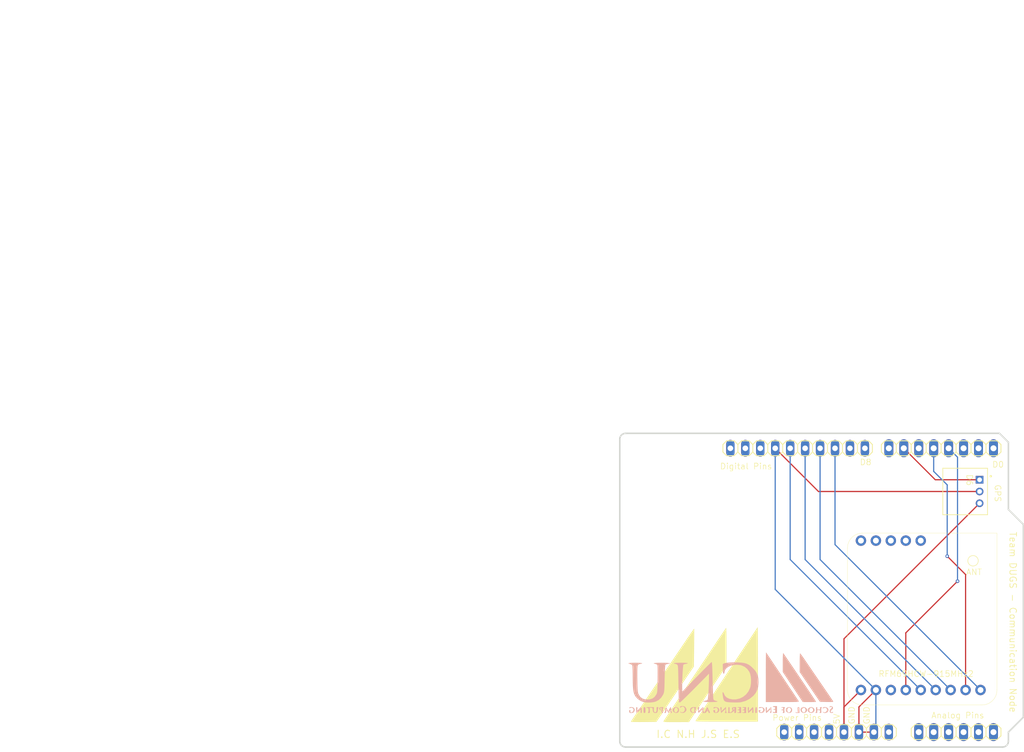
<source format=kicad_pcb>
(kicad_pcb (version 20240108) (generator "pcbnew") (generator_version "8.0")
  (layers (0 "F.Cu" signal) (31 "B.Cu" signal) (34 "B.Paste" user) (35 "F.Paste" user) (36 "B.SilkS" user "B.Silkscreen") (37 "F.SilkS" user "F.Silkscreen") (38 "B.Mask" user) (39 "F.Mask" user) (44 "Edge.Cuts" user))
  (net 0 "")
  (net 7 "/D12")
  (net 8 "/D11")
  (net 9 "/D13")
  (net 10 "/GND")
  (net 11 "/D3")
  (net 12 "/D6")
  (net 13 "/D4")
  (net 14 "/5V")
  (net 30 "/D10")
  (footprint "FINAL_FOOTPRINTS:RF69_MODULE" (layer "F.Cu") (at 36.0029 13.4314)
    (property "Reference" "RFM69HCW-915MHz2" (at 149.1571 114.3186 0) (layer "F.SilkS") (effects (font (thickness 0.1))))
    (property "Value" "~")
    (fp_text user "ANT" (at 155.9 97.6 0) (layer "F.SilkS") (effects (font (thickness 0.1)) (justify left bottom)))
    (pad "1" thru_hole circle (at 138.0871 117.0686 90) (size 1.778 1.778) (drill 1) (layers "*.Cu" "*.Mask") (net 14 "/5V"))
    (pad "2" thru_hole circle (at 140.6271 117.0686 90) (size 1.778 1.778) (drill 1) (layers "*.Cu" "*.Mask") (net 10 "/GND"))
    (pad "3" thru_hole circle (at 143.1671 117.0686) (size 1.7789 1.7789) (drill 1) (layers "*.Cu" "*.Mask"))
    (pad "4" thru_hole circle (at 145.7071 117.0686) (size 1.778 1.778) (drill 1) (layers "*.Cu" "*.Mask") (net 11 "/D3"))
    (pad "5" thru_hole circle (at 148.2471 117.0686 90) (size 1.778 1.778) (drill 1) (layers "*.Cu" "*.Mask") (net 9 "/D13"))
    (pad "6" thru_hole circle (at 150.7871 117.0686 90) (size 1.778 1.778) (drill 1) (layers "*.Cu" "*.Mask") (net 7 "/D12"))
    (pad "7" thru_hole circle (at 153.3271 117.0686) (size 1.778 1.778) (drill 1) (layers "*.Cu" "*.Mask") (net 8 "/D11"))
    (pad "8" thru_hole circle (at 155.8671 117.0686 90) (size 1.778 1.778) (drill 1) (layers "*.Cu" "*.Mask") (net 13 "/D4"))
    (pad "9" thru_hole circle (at 158.4071 117.0686 90) (size 1.778 1.778) (drill 1) (layers "*.Cu" "*.Mask") (net 30 "/D10"))
    (pad "10" thru_hole circle (at 138.0871 91.6686 90) (size 1.778 1.778) (drill 1) (layers "*.Cu" "*.Mask"))
    (pad "11" thru_hole circle (at 140.6271 91.6686 90) (size 1.778 1.778) (drill 1) (layers "*.Cu" "*.Mask"))
    (pad "12" thru_hole circle (at 143.1671 91.6686 90) (size 1.778 1.778) (drill 1) (layers "*.Cu" "*.Mask"))
    (pad "13" thru_hole circle (at 145.7071 91.6686 90) (size 1.778 1.778) (drill 1) (layers "*.Cu" "*.Mask"))
    (pad "14" thru_hole circle (at 148.2471 91.6686 90) (size 1.778 1.778) (drill 1) (layers "*.Cu" "*.Mask"))
  )
  (footprint "LOGO" (layer "F.Cu") (at 145.75 127.75)
    (property "Reference" "G***" (hide yes))
    (property "Value" "LOGO" (hide yes))
  )
  (footprint "Library:DIGITAL_BOTTOM" (layer "F.Cu") (at 187.72 89.4)
    (property "Reference" "DIGITAL-L2" (hide yes))
    (property "Value" "Digital_Bottom")
    (pad "1" thru_hole oval (at -8.89 0 90) (size 3.048 1.524) (drill 1.016) (layers "*.Cu" "*.Mask"))
    (pad "2" thru_hole oval (at -6.35 0 90) (size 3.048 1.524) (drill 1.016) (layers "*.Cu" "*.Mask") (net 12 "/D6"))
    (pad "3" thru_hole oval (at -3.81 0 90) (size 3.048 1.524) (drill 1.016) (layers "*.Cu" "*.Mask"))
    (pad "4" thru_hole oval (at -1.27 0 90) (size 3.048 1.524) (drill 1.016) (layers "*.Cu" "*.Mask") (net 13 "/D4"))
    (pad "5" thru_hole oval (at 1.27 0 90) (size 3.048 1.524) (drill 1.016) (layers "*.Cu" "*.Mask") (net 11 "/D3"))
    (pad "6" thru_hole oval (at 3.81 0 90) (size 3.048 1.524) (drill 1.016) (layers "*.Cu" "*.Mask"))
    (pad "7" thru_hole oval (at 6.35 0 90) (size 3.048 1.524) (drill 1.016) (layers "*.Cu" "*.Mask"))
    (pad "8" thru_hole oval (at 8.89 0 90) (size 3.048 1.524) (drill 1.016) (layers "*.Cu" "*.Mask"))
  )
  (footprint "Library:ANALOG_PINS" (layer "F.Cu") (at 190.26 137.66)
    (property "Reference" "ANALOG-1" (hide yes))
    (property "Value" "PINHD-1X6")
    (pad "1" thru_hole oval (at -6.35 0 90) (size 3.048 1.524) (drill 1.016) (layers "*.Cu" "*.Mask"))
    (pad "2" thru_hole oval (at -3.81 0 90) (size 3.048 1.524) (drill 1.016) (layers "*.Cu" "*.Mask"))
    (pad "3" thru_hole oval (at -1.27 0 90) (size 3.048 1.524) (drill 1.016) (layers "*.Cu" "*.Mask"))
    (pad "4" thru_hole oval (at 1.27 0 90) (size 3.048 1.524) (drill 1.016) (layers "*.Cu" "*.Mask"))
    (pad "5" thru_hole oval (at 3.81 0 90) (size 3.048 1.524) (drill 1.016) (layers "*.Cu" "*.Mask"))
    (pad "6" thru_hole oval (at 6.35 0 90) (size 3.048 1.524) (drill 1.016) (layers "*.Cu" "*.Mask"))
  )
  (footprint "Library:POWER_PINS" (layer "F.Cu") (at 169.94 137.66)
    (property "Reference" "POWER1" (hide yes))
    (property "Value" "PINHD-1X8TH")
    (pad "1" thru_hole oval (at -8.89 0 90) (size 2.8448 1.4224) (drill 0.95) (layers "*.Cu" "*.Mask"))
    (pad "2" thru_hole oval (at -6.35 0 90) (size 2.8448 1.4224) (drill 0.95) (layers "*.Cu" "*.Mask"))
    (pad "3" thru_hole oval (at -3.81 0 90) (size 2.8448 1.4224) (drill 0.95) (layers "*.Cu" "*.Mask"))
    (pad "4" thru_hole oval (at -1.27 0 90) (size 2.8448 1.4224) (drill 0.95) (layers "*.Cu" "*.Mask"))
    (pad "5" thru_hole oval (at 1.27 0 90) (size 2.8448 1.4224) (drill 0.95) (layers "*.Cu" "*.Mask") (net 14 "/5V"))
    (pad "6" thru_hole oval (at 3.81 0 90) (size 2.8448 1.4224) (drill 0.95) (layers "*.Cu" "*.Mask") (net 10 "/GND"))
    (pad "7" thru_hole oval (at 6.35 0 90) (size 2.8448 1.4224) (drill 0.95) (layers "*.Cu" "*.Mask") (net 10 "/GND"))
    (pad "8" thru_hole oval (at 8.89 0 90) (size 2.8448 1.4224) (drill 0.95) (layers "*.Cu" "*.Mask"))
  )
  (footprint "Library:DIGITAL_TOP_PINS" (layer "F.Cu") (at 163.336 89.4 180)
    (property "Reference" "DIGITAL-H2" (hide yes))
    (property "Value" "Digital_Top")
    (pad "1" thru_hole oval (at -11.43 0 270) (size 2.8448 1.4224) (drill 0.95) (layers "*.Cu" "*.Mask"))
    (pad "2" thru_hole oval (at -8.89 0 270) (size 2.8448 1.4224) (drill 0.95) (layers "*.Cu" "*.Mask"))
    (pad "3" thru_hole oval (at -6.35 0 270) (size 2.8448 1.4224) (drill 0.95) (layers "*.Cu" "*.Mask") (net 30 "/D10"))
    (pad "4" thru_hole oval (at -3.81 0 270) (size 2.8448 1.4224) (drill 0.95) (layers "*.Cu" "*.Mask") (net 8 "/D11"))
    (pad "5" thru_hole oval (at -1.27 0 270) (size 2.8448 1.4224) (drill 0.95) (layers "*.Cu" "*.Mask") (net 7 "/D12"))
    (pad "6" thru_hole oval (at 1.27 0 270) (size 2.8448 1.4224) (drill 0.95) (layers "*.Cu" "*.Mask") (net 9 "/D13"))
    (pad "7" thru_hole oval (at 3.81 0 270) (size 2.8448 1.4224) (drill 0.95) (layers "*.Cu" "*.Mask") (net 10 "/GND"))
    (pad "8" thru_hole oval (at 6.35 0 270) (size 2.8448 1.4224) (drill 0.95) (layers "*.Cu" "*.Mask"))
    (pad "9" thru_hole oval (at 8.89 0 270) (size 2.8448 1.4224) (drill 0.95) (layers "*.Cu" "*.Mask"))
    (pad "10" thru_hole oval (at 11.43 0 270) (size 2.8448 1.4224) (drill 0.95) (layers "*.Cu" "*.Mask"))
  )
  (footprint "FINAL_FOOTPRINTS:JST_S3B-PH-K-S_LF__SN_" (layer "F.Cu") (at 194.25 94.75 -90)
    (property "Reference" "J2" (hide yes))
    (property "Value" "61300311121")
    (fp_text user "D6" (at -1 2.3 -90) (layer "F.SilkS") (effects (font (thickness 0.1)) (justify left bottom)))
    (pad "1" thru_hole rect (at 0 0 270) (size 1.308 1.308) (drill 0.8) (layers "*.Cu" "*.Mask") (net 12 "/D6"))
    (pad "2" thru_hole circle (at 2 0 270) (size 1.308 1.308) (drill 0.8) (layers "*.Cu" "*.Mask") (net 10 "/GND"))
    (pad "3" thru_hole circle (at 4 0 270) (size 1.308 1.308) (drill 0.8) (layers "*.Cu" "*.Mask") (net 14 "/5V"))
  )
  (footprint "LOGO" (layer "B.Cu") (at 152 129.25 180)
    (property "Reference" "G***" (hide yes))
    (property "Value" "LOGO" (hide yes))
  )
  (gr_line (start 201.69 102.354) (end 201.69 135.12) (stroke (width 0.254)) (layer "Edge.Cuts"))
  (gr_line (start 199.15 88.384) (end 199.15 99.814) (stroke (width 0.254)) (layer "Edge.Cuts"))
  (gr_line (start 201.69 135.12) (end 199.15 137.66) (stroke (width 0.254)) (layer "Edge.Cuts"))
  (gr_arc (start 134.11 140.2) (mid 133.402893 139.907107) (end 133.11 139.2) (stroke (width 0.254)) (layer "Edge.Cuts"))
  (gr_arc (start 199.15 139.2) (mid 198.857107 139.907107) (end 198.15 140.2) (stroke (width 0.254)) (layer "Edge.Cuts"))
  (gr_line (start 199.15 137.66) (end 199.15 139.2) (stroke (width 0.254)) (layer "Edge.Cuts"))
  (gr_arc (start 133.11 87.86) (mid 133.402893 87.152893) (end 134.11 86.86) (stroke (width 0.254)) (layer "Edge.Cuts"))
  (gr_line (start 133.11 139.2) (end 133.11 87.86) (stroke (width 0.254)) (layer "Edge.Cuts"))
  (gr_line (start 199.15 99.814) (end 201.69 102.354) (stroke (width 0.254)) (layer "Edge.Cuts"))
  (gr_line (start 197.626 86.86) (end 199.15 88.384) (stroke (width 0.254)) (layer "Edge.Cuts"))
  (gr_line (start 134.11 86.86) (end 197.626 86.86) (stroke (width 0.254)) (layer "Edge.Cuts"))
  (gr_line (start 198.15 140.2) (end 134.11 140.2) (stroke (width 0.254)) (layer "Edge.Cuts"))
  (gr_text "GND" (at 175.655 136.39 90) (layer "F.SilkS") (effects (font (size 1 1) (thickness 0.1)) (justify left bottom)))
  (gr_text "GND" (at 173.115 136.39 90) (layer "F.SilkS") (effects (font (size 1 1) (thickness 0.1)) (justify left bottom)))
  (gr_text "Team DUGS - Communication Node" (at 199.25 103.5 270) (layer "F.SilkS") (effects (font (size 1.125 1.125) (thickness 0.125)) (justify left bottom)))
  (gr_text "5V" (at 170.575 136.39 90) (layer "F.SilkS") (effects (font (size 1 1) (thickness 0.1)) (justify left bottom)))
  (gr_text "Digital Pins" (at 150.1 93.05 0) (layer "F.SilkS") (effects (font (size 1 1) (thickness 0.1)) (justify left bottom)))
  (gr_text "I.C N.H J.S E.S" (at 139.25 138.75 0) (layer "F.SilkS") (effects (font (size 1.25 1.25)) (justify left bottom)))
  (gr_text "Power Pins" (at 159 135.8 0) (layer "F.SilkS") (effects (font (size 1 1) (thickness 0.1)) (justify left bottom)))
  (gr_text "D0" (at 196.35 92.75 0) (layer "F.SilkS") (effects (font (size 1 1) (thickness 0.1)) (justify left bottom)))
  (gr_text "D8" (at 173.85 92.35 0) (layer "F.SilkS") (effects (font (size 1 1) (thickness 0.1)) (justify left bottom)))
  (gr_text "GPS" (at 196.75 95.5 -90) (layer "F.SilkS") (effects (font (size 1 1) (thickness 0.1)) (justify left bottom)))
  (gr_text "Analog Pins" (at 186 135.4 0) (layer "F.SilkS") (effects (font (size 1 1) (thickness 0.1)) (justify left bottom)))
  (segment (start 186.79 130.5) (end 164.606 108.316) (width 0.2) (layer "B.Cu") (net 7))
  (segment (start 164.606 108.316) (end 164.606 89.4) (width 0.2) (layer "B.Cu") (net 7))
  (segment (start 167.146 108.316) (end 167.146 89.4) (width 0.2) (layer "B.Cu") (net 8))
  (segment (start 189.33 130.5) (end 167.146 108.316) (width 0.2) (layer "B.Cu") (net 8))
  (segment (start 162.066 108.316) (end 184.25 130.5) (width 0.2) (layer "B.Cu") (net 9))
  (segment (start 162.066 89.4) (end 162.066 108.316) (width 0.2) (layer "B.Cu") (net 9))
  (segment (start 166.876 96.75) (end 159.526 89.4) (width 0.2) (layer "F.Cu") (net 10))
  (segment (start 194.25 96.75) (end 166.876 96.75) (width 0.2) (layer "F.Cu") (net 10))
  (segment (start 173.75 137.66) (end 173.75 133.38) (width 0.2) (layer "F.Cu") (net 10))
  (segment (start 173.75 137.66) (end 176.29 137.66) (width 0.2) (layer "F.Cu") (net 10))
  (segment (start 173.75 133.38) (end 176.63 130.5) (width 0.2) (layer "F.Cu") (net 10))
  (segment (start 176.63 137.32) (end 176.29 137.66) (width 0.2) (layer "B.Cu") (net 10))
  (segment (start 176.63 130.5) (end 176.63 137.32) (width 0.2) (layer "B.Cu") (net 10))
  (segment (start 176.63 130.5) (end 159.526 113.396) (width 0.2) (layer "B.Cu") (net 10))
  (segment (start 159.526 113.396) (end 159.526 89.4) (width 0.2) (layer "B.Cu") (net 10))
  (segment (start 181.71 120.79) (end 190.5 112) (width 0.2) (layer "F.Cu") (net 11))
  (segment (start 181.71 130.5) (end 181.71 120.79) (width 0.2) (layer "F.Cu") (net 11))
  (via (at 190.5 112) (size 0.6) (drill 0.3) (layers "F.Cu" "B.Cu") (net 11))
  (segment (start 190.5 90.91) (end 188.99 89.4) (width 0.2) (layer "B.Cu") (net 11))
  (segment (start 190.5 112) (end 190.5 90.91) (width 0.2) (layer "B.Cu") (net 11))
  (segment (start 186.72 94.75) (end 181.37 89.4) (width 0.2) (layer "F.Cu") (net 12))
  (segment (start 194.25 94.75) (end 186.72 94.75) (width 0.2) (layer "F.Cu") (net 12))
  (segment (start 191.87 110.87) (end 188.75 107.75) (width 0.2) (layer "F.Cu") (net 13))
  (segment (start 191.87 130.5) (end 191.87 110.87) (width 0.2) (layer "F.Cu") (net 13))
  (via (at 188.75 107.75) (size 0.6) (drill 0.3) (layers "F.Cu" "B.Cu") (net 13))
  (segment (start 186.45 93.324105) (end 186.45 89.4) (width 0.2) (layer "B.Cu") (net 13))
  (segment (start 188.75 107.75) (end 188.75 95.624105) (width 0.2) (layer "B.Cu") (net 13))
  (segment (start 188.75 95.624105) (end 186.45 93.324105) (width 0.2) (layer "B.Cu") (net 13))
  (segment (start 171.21 133.38) (end 174.09 130.5) (width 0.2) (layer "F.Cu") (net 14))
  (segment (start 171.21 137.66) (end 171.21 133.38) (width 0.2) (layer "F.Cu") (net 14))
  (segment (start 171.21 121.79) (end 194.25 98.75) (width 0.2) (layer "F.Cu") (net 14))
  (segment (start 171.21 137.66) (end 171.21 121.79) (width 0.2) (layer "F.Cu") (net 14))
  (segment (start 169.686 105.776) (end 169.686 89.4) (width 0.2) (layer "B.Cu") (net 30))
  (segment (start 194.41 130.5) (end 169.686 105.776) (width 0.2) (layer "B.Cu") (net 30))
)
</source>
